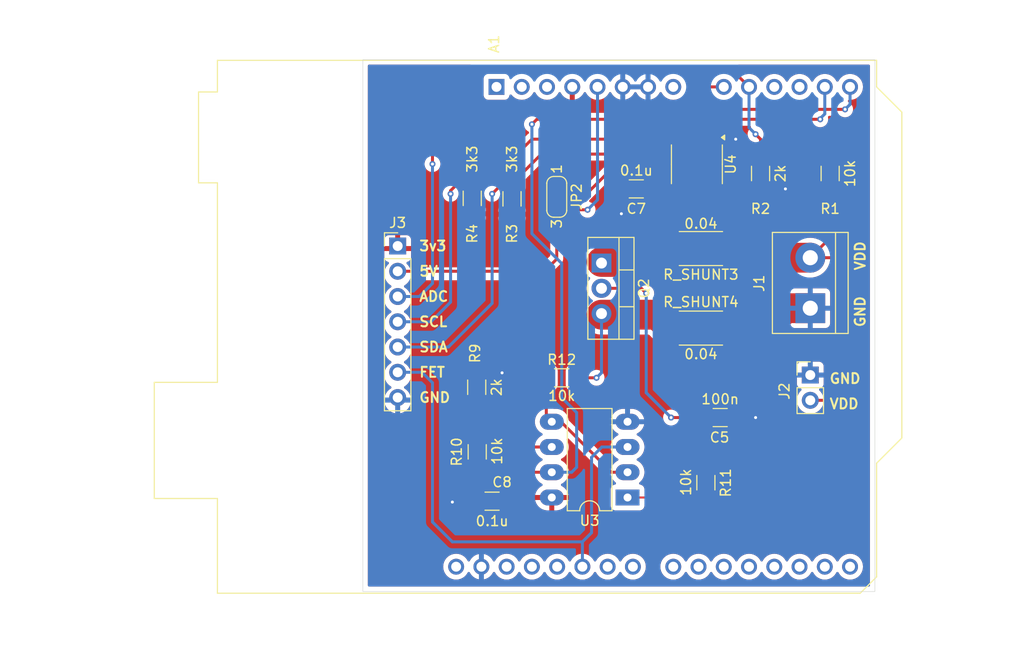
<source format=kicad_pcb>
(kicad_pcb (version 20240108) (generator "pcbnew") (generator_version "8.0")
  (layers (0 "F.Cu" signal) (31 "B.Cu" signal) (34 "B.Paste" user) (35 "F.Paste" user) (36 "B.SilkS" user "B.Silkscreen") (37 "F.SilkS" user "F.Silkscreen") (38 "B.Mask" user) (39 "F.Mask" user) (44 "Edge.Cuts" user))
  (net 0 "")
  (net 1 "GND")
  (net 2 "MCU_I2C_SCL")
  (net 9 "MCU_I2C_SDA")
  (net 10 "MCU_MOSFET_CTRL")
  (net 15 "+5V")
  (net 19 "MCU_ADC_SENSE")
  (net 22 "MCU_ALT_CURRENT_SENSE")
  (net 27 "+3V3")
  (net 29 "Net-(Q2-G)")
  (net 30 "Net-(JP2-C)")
  (net 31 "V_SOLAR_INPUT_POS")
  (net 32 "Net-(Q2-S)")
  (net 33 "Net-(Q2-D)")
  (net 34 "Net-(U3B--)")
  (net 35 "Net-(R11-Pad1)")
  (net 36 "Net-(U3A--)")
  (footprint "Resistor_SMD:R_1206_3216Metric_Pad1.30x1.75mm_HandSolder" (layer "F.Cu") (at 130 68.5)
    (property "Reference" "R12" (at 0 -1.82 0) (layer "F.SilkS"))
    (property "Value" "10k" (at 0 1.82 0) (layer "F.SilkS"))
    (fp_line (start -0.727064 -0.91) (end 0.727064 -0.91) (stroke (width 0.12)) (layer "F.SilkS"))
    (fp_line (start -0.727064 0.91) (end 0.727064 0.91) (stroke (width 0.12)) (layer "F.SilkS"))
    (pad "1" smd roundrect (at -1.55 0) (size 1.3 1.75) (layers "F.Cu" "F.Paste" "F.Mask") (roundrect_rratio 0.192308) (net 36 "Net-(U3A--)"))
    (pad "2" smd roundrect (at 1.55 0) (size 1.3 1.75) (layers "F.Cu" "F.Paste" "F.Mask") (roundrect_rratio 0.192308) (net 32 "Net-(Q2-S)"))
  )
  (footprint "Resistor_SMD:R_1206_3216Metric_Pad1.30x1.75mm_HandSolder" (layer "F.Cu") (at 157 47.95 90)
    (property "Reference" "R1" (at -3.55 0 0) (layer "F.SilkS"))
    (property "Value" "10k" (at 0 2 270) (layer "F.SilkS"))
    (fp_line (start -0.727064 -0.91) (end 0.727064 -0.91) (stroke (width 0.12)) (layer "F.SilkS"))
    (fp_line (start -0.727064 0.91) (end 0.727064 0.91) (stroke (width 0.12)) (layer "F.SilkS"))
    (pad "1" smd roundrect (at -1.55 0 90) (size 1.3 1.75) (layers "F.Cu" "F.Paste" "F.Mask") (roundrect_rratio 0.192308) (net 31 "V_SOLAR_INPUT_POS"))
    (pad "2" smd roundrect (at 1.55 0 90) (size 1.3 1.75) (layers "F.Cu" "F.Paste" "F.Mask") (roundrect_rratio 0.192308) (net 19 "MCU_ADC_SENSE"))
  )
  (footprint "Resistor_SMD:R_2512_6332Metric_Pad1.40x3.35mm_HandSolder" (layer "F.Cu") (at 144 55.5 180)
    (property "Reference" "R_SHUNT3" (at 0 -2.62 180) (layer "F.SilkS"))
    (property "Value" "0.04" (at 0 2.5 180) (layer "F.SilkS"))
    (fp_line (start -2.177064 1.71) (end 2.177064 1.71) (stroke (width 0.12)) (layer "F.SilkS"))
    (fp_line (start -2.177064 -1.71) (end 2.177064 -1.71) (stroke (width 0.12)) (layer "F.SilkS"))
    (pad "1" smd roundrect (at -3.05 0 180) (size 1.4 3.35) (layers "F.Cu" "F.Paste" "F.Mask") (roundrect_rratio 0.178571) (net 31 "V_SOLAR_INPUT_POS"))
    (pad "2" smd roundrect (at 3.05 0 180) (size 1.4 3.35) (layers "F.Cu" "F.Paste" "F.Mask") (roundrect_rratio 0.178571) (net 33 "Net-(Q2-D)"))
  )
  (footprint "Connector_PinHeader_2.54mm:PinHeader_1x02_P2.54mm_Vertical" (layer "F.Cu") (at 155 68.225)
    (property "Reference" "J2" (at -2.6 1.625 90) (layer "F.SilkS"))
    (property "Value" "Conn_01x02")
    (fp_line (start -1.33 -1.33) (end 0 -1.33) (stroke (width 0.12)) (layer "F.SilkS"))
    (fp_line (start -1.33 0) (end -1.33 -1.33) (stroke (width 0.12)) (layer "F.SilkS"))
    (fp_line (start -1.33 1.27) (end -1.33 3.87) (stroke (width 0.12)) (layer "F.SilkS"))
    (fp_line (start -1.33 1.27) (end 1.33 1.27) (stroke (width 0.12)) (layer "F.SilkS"))
    (fp_line (start -1.33 3.87) (end 1.33 3.87) (stroke (width 0.12)) (layer "F.SilkS"))
    (fp_line (start 1.33 1.27) (end 1.33 3.87) (stroke (width 0.12)) (layer "F.SilkS"))
    (pad "1" thru_hole rect (at 0 0) (size 1.7 1.7) (drill 1) (layers "*.Cu" "*.Mask") (net 1 "GND"))
    (pad "2" thru_hole oval (at 0 2.54) (size 1.7 1.7) (drill 1) (layers "*.Cu" "*.Mask") (net 31 "V_SOLAR_INPUT_POS"))
  )
  (footprint "Jumper:SolderJumper-3_P1.3mm_Open_RoundedPad1.0x1.5mm_NumberLabels" (layer "F.Cu") (at 129.5 50.3 -90)
    (property "Reference" "JP2" (at 0 -2 90) (layer "F.SilkS"))
    (property "Value" "Jumper_3_Bridged12")
    (fp_line (start 1.4 1) (end -1.4 1) (stroke (width 0.12)) (layer "F.SilkS"))
    (fp_line (start -2.05 0.3) (end -2.05 -0.3) (stroke (width 0.12)) (layer "F.SilkS"))
    (fp_line (start 2.05 -0.3) (end 2.05 0.3) (stroke (width 0.12)) (layer "F.SilkS"))
    (fp_line (start -1.4 -1) (end 1.4 -1) (stroke (width 0.12)) (layer "F.SilkS"))
    (fp_arc (start -1.35 1) (mid -1.844975 0.794975) (end -2.05 0.3) (stroke (width 0.12)) (layer "F.SilkS"))
    (fp_arc (start 2.05 0.3) (mid 1.844975 0.794975) (end 1.35 1) (stroke (width 0.12)) (layer "F.SilkS"))
    (fp_arc (start -2.05 -0.3) (mid -1.844975 -0.794975) (end -1.35 -1) (stroke (width 0.12)) (layer "F.SilkS"))
    (fp_arc (start 1.35 -1) (mid 1.844975 -0.794975) (end 2.05 -0.3) (stroke (width 0.12)) (layer "F.SilkS"))
    (fp_text user "3" (at 2.7 0 90) (layer "F.SilkS"))
    (fp_text user "1" (at -2.8 0 90) (layer "F.SilkS"))
    (pad "1" smd custom (at -1.3 0 270) (size 1 0.5) (layers "F.Cu" "F.Mask") (net 27 "+3V3") (options (clearance outline) (anchor rect)) (primitives (gr_circle (center 0 0.25) (end 0.5 0.25) (width 0) (fill yes)) (gr_circle (center 0 -0.25) (end 0.5 -0.25) (width 0) (fill yes)) (gr_poly (pts (xy 0.55 0.75) (xy 0 0.75) (xy 0 -0.75) (xy 0.55 -0.75)) (width 0) (fill yes))))
    (pad "2" smd rect (at 0 0 270) (size 1 1.5) (layers "F.Cu" "F.Mask") (net 30 "Net-(JP2-C)"))
    (pad "3" smd custom (at 1.3 0 270) (size 1 0.5) (layers "F.Cu" "F.Mask") (net 15 "+5V") (options (clearance outline) (anchor rect)) (primitives (gr_circle (center 0 0.25) (end 0.5 0.25) (width 0) (fill yes)) (gr_circle (center 0 -0.25) (end 0.5 -0.25) (width 0) (fill yes)) (gr_poly (pts (xy 0 0.75) (xy -0.55 0.75) (xy -0.55 -0.75) (xy 0 -0.75)) (width 0) (fill yes))))
  )
  (footprint "Resistor_SMD:R_2512_6332Metric_Pad1.40x3.35mm_HandSolder" (layer "F.Cu") (at 144 63.5)
    (property "Reference" "R_SHUNT4" (at 0 -2.62 0) (layer "F.SilkS"))
    (property "Value" "0.04" (at 0 2.62 0) (layer "F.SilkS"))
    (fp_line (start -2.177064 -1.71) (end 2.177064 -1.71) (stroke (width 0.12)) (layer "F.SilkS"))
    (fp_line (start -2.177064 1.71) (end 2.177064 1.71) (stroke (width 0.12)) (layer "F.SilkS"))
    (pad "1" smd roundrect (at -3.05 0) (size 1.4 3.35) (layers "F.Cu" "F.Paste" "F.Mask") (roundrect_rratio 0.178571) (net 32 "Net-(Q2-S)"))
    (pad "2" smd roundrect (at 3.05 0) (size 1.4 3.35) (layers "F.Cu" "F.Paste" "F.Mask") (roundrect_rratio 0.178571) (net 1 "GND"))
  )
  (footprint "Capacitor_SMD:C_1206_3216Metric_Pad1.33x1.80mm_HandSolder" (layer "F.Cu") (at 122.995 80.91 180)
    (property "Reference" "C8" (at -1.005 1.91 180) (layer "F.SilkS"))
    (property "Value" "0.1u" (at 0 -2 180) (layer "F.SilkS"))
    (fp_line (start -0.711252 0.91) (end 0.711252 0.91) (stroke (width 0.12)) (layer "F.SilkS"))
    (fp_line (start -0.711252 -0.91) (end 0.711252 -0.91) (stroke (width 0.12)) (layer "F.SilkS"))
    (pad "1" smd roundrect (at -1.5625 0 180) (size 1.325 1.8) (layers "F.Cu" "F.Paste" "F.Mask") (roundrect_rratio 0.188679) (net 27 "+3V3"))
    (pad "2" smd roundrect (at 1.5625 0 180) (size 1.325 1.8) (layers "F.Cu" "F.Paste" "F.Mask") (roundrect_rratio 0.188679) (net 1 "GND"))
  )
  (footprint "Resistor_SMD:R_1206_3216Metric_Pad1.30x1.75mm_HandSolder" (layer "F.Cu") (at 144.5 79.05 90)
    (property "Reference" "R11" (at -0.0125 2 -90) (layer "F.SilkS"))
    (property "Value" "10k" (at 0.05 -2 270) (layer "F.SilkS"))
    (fp_line (start -0.727064 -0.91) (end 0.727064 -0.91) (stroke (width 0.12)) (layer "F.SilkS"))
    (fp_line (start -0.727064 0.91) (end 0.727064 0.91) (stroke (width 0.12)) (layer "F.SilkS"))
    (pad "1" smd roundrect (at -1.55 0 90) (size 1.3 1.75) (layers "F.Cu" "F.Paste" "F.Mask") (roundrect_rratio 0.192308) (net 35 "Net-(R11-Pad1)"))
    (pad "2" smd roundrect (at 1.55 0 90) (size 1.3 1.75) (layers "F.Cu" "F.Paste" "F.Mask") (roundrect_rratio 0.192308) (net 29 "Net-(Q2-G)"))
  )
  (footprint "Module:Arduino_UNO_R2" (layer "F.Cu") (at 123.44 39.24)
    (property "Reference" "A1" (at -0.25 -4.315 -90) (layer "F.SilkS"))
    (property "Value" "Arduino_UNO_R2")
    (fp_line (start -34.42 29.72) (end -34.42 41.4) (stroke (width 0.12)) (layer "F.SilkS"))
    (fp_line (start -34.42 41.4) (end -28.07 41.4) (stroke (width 0.12)) (layer "F.SilkS"))
    (fp_line (start -29.97 0.51) (end -29.97 9.65) (stroke (width 0.12)) (layer "F.SilkS"))
    (fp_line (start -29.97 9.65) (end -28.07 9.65) (stroke (width 0.12)) (layer "F.SilkS"))
    (fp_line (start -28.07 -2.67) (end -28.07 0.51) (stroke (width 0.12)) (layer "F.SilkS"))
    (fp_line (start -28.07 0.51) (end -29.97 0.51) (stroke (width 0.12)) (layer "F.SilkS"))
    (fp_line (start -28.07 9.65) (end -28.07 29.72) (stroke (width 0.12)) (layer "F.SilkS"))
    (fp_line (start -28.07 29.72) (end -34.42 29.72) (stroke (width 0.12)) (layer "F.SilkS"))
    (fp_line (start -28.07 41.4) (end -28.07 50.93) (stroke (width 0.12)) (layer "F.SilkS"))
    (fp_line (start -28.07 50.93) (end 36.58 50.93) (stroke (width 0.12)) (layer "F.SilkS"))
    (fp_line (start 36.58 50.93) (end 38.23 49.28) (stroke (width 0.12)) (layer "F.SilkS"))
    (fp_line (start 38.23 -2.67) (end -28.07 -2.67) (stroke (width 0.12)) (layer "F.SilkS"))
    (fp_line (start 38.23 0) (end 38.23 -2.67) (stroke (width 0.12)) (layer "F.SilkS"))
    (fp_line (start 38.23 37.85) (end 40.77 35.31) (stroke (width 0.12)) (layer "F.SilkS"))
    (fp_line (start 38.23 49.28) (end 38.23 37.85) (stroke (width 0.12)) (layer "F.SilkS"))
    (fp_line (start 40.77 2.54) (end 38.23 0) (stroke (width 0.12)) (layer "F.SilkS"))
    (fp_line (start 40.77 35.31) (end 40.77 2.54) (stroke (width 0.12)) (layer "F.SilkS"))
    (pad "1" thru_hole rect (at 0 0 90) (size 1.6 1.6) (drill 1) (layers "*.Cu" "*.Mask"))
    (pad "2" thru_hole oval (at 2.54 0 90) (size 1.6 1.6) (drill 1) (layers "*.Cu" "*.Mask"))
    (pad "3" thru_hole oval (at 5.08 0 90) (size 1.6 1.6) (drill 1) (layers "*.Cu" "*.Mask"))
    (pad "4" thru_hole oval (at 7.62 0 90) (size 1.6 1.6) (drill 1) (layers "*.Cu" "*.Mask") (net 27 "+3V3"))
    (pad "5" thru_hole oval (at 10.16 0 90) (size 1.6 1.6) (drill 1) (layers "*.Cu" "*.Mask") (net 15 "+5V"))
    (pad "6" thru_hole oval (at 12.7 0 90) (size 1.6 1.6) (drill 1) (layers "*.Cu" "*.Mask") (net 1 "GND"))
    (pad "7" thru_hole oval (at 15.24 0 90) (size 1.6 1.6) (drill 1) (layers "*.Cu" "*.Mask") (net 1 "GND"))
    (pad "8" thru_hole oval (at 17.78 0 90) (size 1.6 1.6) (drill 1) (layers "*.Cu" "*.Mask"))
    (pad "9" thru_hole oval (at 22.86 0 90) (size 1.6 1.6) (drill 1) (layers "*.Cu" "*.Mask") (net 22 "MCU_ALT_CURRENT_SENSE"))
    (pad "10" thru_hole oval (at 25.4 0 90) (size 1.6 1.6) (drill 1) (layers "*.Cu" "*.Mask") (net 19 "MCU_ADC_SENSE"))
    (pad "11" thru_hole oval (at 27.94 0 90) (size 1.6 1.6) (drill 1) (layers "*.Cu" "*.Mask"))
    (pad "12" thru_hole oval (at 30.48 0 90) (size 1.6 1.6) (drill 1) (layers "*.Cu" "*.Mask"))
    (pad "13" thru_hole oval (at 33.02 0 90) (size 1.6 1.6) (drill 1) (layers "*.Cu" "*.Mask") (net 9 "MCU_I2C_SDA"))
    (pad "14" thru_hole oval (at 35.56 0 90) (size 1.6 1.6) (drill 1) (layers "*.Cu" "*.Mask") (net 2 "MCU_I2C_SCL"))
    (pad "15" thru_hole oval (at 35.56 48.26 90) (size 1.6 1.6) (drill 1) (layers "*.Cu" "*.Mask"))
    (pad "16" thru_hole oval (at 33.02 48.26 90) (size 1.6 1.6) (drill 1) (layers "*.Cu" "*.Mask"))
    (pad "17" thru_hole oval (at 30.48 48.26 90) (size 1.6 1.6) (drill 1) (layers "*.Cu" "*.Mask"))
    (pad "18" thru_hole oval (at 27.94 48.26 90) (size 1.6 1.6) (drill 1) (layers "*.Cu" "*.Mask"))
    (pad "19" thru_hole oval (at 25.4 48.26 90) (size 1.6 1.6) (drill 1) (layers "*.Cu" "*.Mask"))
    (pad "20" thru_hole oval (at 22.86 48.26 90) (size 1.6 1.6) (drill 1) (layers "*.Cu" "*.Mask"))
    (pad "21" thru_hole oval (at 20.32 48.26 90) (size 1.6 1.6) (drill 1) (layers "*.Cu" "*.Mask"))
    (pad "22" thru_hole oval (at 17.78 48.26 90) (size 1.6 1.6) (drill 1) (layers "*.Cu" "*.Mask"))
    (pad "23" thru_hole oval (at 13.72 48.26 90) (size 1.6 1.6) (drill 1) (layers "*.Cu" "*.Mask"))
    (pad "24" thru_hole oval (at 11.18 48.26 90) (size 1.6 1.6) (drill 1) (layers "*.Cu" "*.Mask"))
    (pad "25" thru_hole oval (at 8.64 48.26 90) (size 1.6 1.6) (drill 1) (layers "*.Cu" "*.Mask") (net 10 "MCU_MOSFET_CTRL"))
    (pad "26" thru_hole oval (at 6.1 48.26 90) (size 1.6 1.6) (drill 1) (layers "*.Cu" "*.Mask"))
    (pad "27" thru_hole oval (at 3.56 48.26 90) (size 1.6 1.6) (drill 1) (layers "*.Cu" "*.Mask"))
    (pad "28" thru_hole oval (at 1.02 48.26 90) (size 1.6 1.6) (drill 1) (layers "*.Cu" "*.Mask"))
    (pad "29" thru_hole oval (at -1.52 48.26 90) (size 1.6 1.6) (drill 1) (layers "*.Cu" "*.Mask") (net 1 "GND"))
    (pad "30" thru_hole oval (at -4.06 48.26 90) (size 1.6 1.6) (drill 1) (layers "*.Cu" "*.Mask"))
  )
  (footprint "Resistor_SMD:R_1206_3216Metric_Pad1.30x1.75mm_HandSolder" (layer "F.Cu") (at 121.5 75.95 -90)
    (property "Reference" "R10" (at 0 2.0625 90) (layer "F.SilkS"))
    (property "Value" "10k" (at -0.075 -2 90) (layer "F.SilkS"))
    (fp_line (start -0.727064 0.91) (end 0.727064 0.91) (stroke (width 0.12)) (layer "F.SilkS"))
    (fp_line (start -0.727064 -0.91) (end 0.727064 -0.91) (stroke (width 0.12)) (layer "F.SilkS"))
    (pad "1" smd roundrect (at -1.55 0 270) (size 1.3 1.75) (layers "F.Cu" "F.Paste" "F.Mask") (roundrect_rratio 0.192308) (net 34 "Net-(U3B--)"))
    (pad "2" smd roundrect (at 1.55 0 270) (size 1.3 1.75) (layers "F.Cu" "F.Paste" "F.Mask") (roundrect_rratio 0.192308) (net 22 "MCU_ALT_CURRENT_SENSE"))
  )
  (footprint "Capacitor_SMD:C_1206_3216Metric_Pad1.33x1.80mm_HandSolder" (layer "F.Cu") (at 145.9375 72.5 180)
    (property "Reference" "C5" (at 0.0625 -2 180) (layer "F.SilkS"))
    (property "Value" "100n" (at 0 1.85 180) (layer "F.SilkS"))
    (fp_line (start -0.711252 0.91) (end 0.711252 0.91) (stroke (width 0.12)) (layer "F.SilkS"))
    (fp_line (start -0.711252 -0.91) (end 0.711252 -0.91) (stroke (width 0.12)) (layer "F.SilkS"))
    (pad "1" smd roundrect (at -1.5625 0 180) (size 1.325 1.8) (layers "F.Cu" "F.Paste" "F.Mask") (roundrect_rratio 0.188679) (net 1 "GND"))
    (pad "2" smd roundrect (at 1.5625 0 180) (size 1.325 1.8) (layers "F.Cu" "F.Paste" "F.Mask") (roundrect_rratio 0.188679) (net 29 "Net-(Q2-G)"))
  )
  (footprint "Capacitor_SMD:C_1206_3216Metric_Pad1.33x1.80mm_HandSolder" (layer "F.Cu") (at 137.5 49.5 180)
    (property "Reference" "C7" (at 0 -2 180) (layer "F.SilkS"))
    (property "Value" "0.1u" (at 0 1.85 180) (layer "F.SilkS"))
    (fp_line (start -0.711252 0.91) (end 0.711252 0.91) (stroke (width 0.12)) (layer "F.SilkS"))
    (fp_line (start -0.711252 -0.91) (end 0.711252 -0.91) (stroke (width 0.12)) (layer "F.SilkS"))
    (pad "1" smd roundrect (at -1.5625 0 180) (size 1.325 1.8) (layers "F.Cu" "F.Paste" "F.Mask") (roundrect_rratio 0.188679) (net 30 "Net-(JP2-C)"))
    (pad "2" smd roundrect (at 1.5625 0 180) (size 1.325 1.8) (layers "F.Cu" "F.Paste" "F.Mask") (roundrect_rratio 0.188679) (net 1 "GND"))
  )
  (footprint "Package_SO:SOIC-8_3.9x4.9mm_P1.27mm" (layer "F.Cu") (at 143.595 47.025 -90)
    (property "Reference" "U4" (at 0 -3.4 90) (layer "F.SilkS"))
    (property "Value" "INA219AxD")
    (fp_line (start 0 2.56) (end -1.95 2.56) (stroke (width 0.12)) (layer "F.SilkS"))
    (fp_line (start 0 2.56) (end 1.95 2.56) (stroke (width 0.12)) (layer "F.SilkS"))
    (fp_line (start 0 -2.56) (end -1.95 -2.56) (stroke (width 0.12)) (layer "F.SilkS"))
    (fp_line (start 0 -2.56) (end 1.95 -2.56) (stroke (width 0.12)) (layer "F.SilkS"))
    (fp_poly (pts (xy -2.7 -2.465) (xy -2.94 -2.795) (xy -2.46 -2.795) (xy -2.7 -2.465)) (stroke (width 0.12)) (fill solid) (layer "F.SilkS"))
    (pad "1" smd roundrect (at -2.475 -1.905 270) (size 1.95 0.6) (layers "F.Cu" "F.Paste" "F.Mask") (net 1 "GND"))
    (pad "2" smd roundrect (at -2.475 -0.635 270) (size 1.95 0.6) (layers "F.Cu" "F.Paste" "F.Mask") (net 1 "GND"))
    (pad "3" smd roundrect (at -2.475 0.635 270) (size 1.95 0.6) (layers "F.Cu" "F.Paste" "F.Mask") (net 9 "MCU_I2C_SDA"))
    (pad "4" smd roundrect (at -2.475 1.905 270) (size 1.95 0.6) (layers "F.Cu" "F.Paste" "F.Mask") (net 2 "MCU_I2C_SCL"))
    (pad "5" smd roundrect (at 2.475 1.905 270) (size 1.95 0.6) (layers "F.Cu" "F.Paste" "F.Mask") (net 30 "Net-(JP2-C)"))
    (pad "6" smd roundrect (at 2.475 0.635 270) (size 1.95 0.6) (layers "F.Cu" "F.Paste" "F.Mask") (net 1 "GND"))
    (pad "7" smd roundrect (at 2.475 -0.635 270) (size 1.95 0.6) (layers "F.Cu" "F.Paste" "F.Mask") (net 33 "Net-(Q2-D)"))
    (pad "8" smd roundrect (at 2.475 -1.905 270) (size 1.95 0.6) (layers "F.Cu" "F.Paste" "F.Mask") (net 31 "V_SOLAR_INPUT_POS"))
  )
  (footprint "Resistor_SMD:R_1206_3216Metric_Pad1.30x1.75mm_HandSolder" (layer "F.Cu") (at 121 50.45 90)
    (property "Reference" "R4" (at -3.55 0 270) (layer "F.SilkS"))
    (property "Value" "3k3" (at 3.95 0 270) (layer "F.SilkS"))
    (fp_line (start -0.727064 -0.91) (end 0.727064 -0.91) (stroke (width 0.12)) (layer "F.SilkS"))
    (fp_line (start -0.727064 0.91) (end 0.727064 0.91) (stroke (width 0.12)) (layer "F.SilkS"))
    (pad "1" smd roundrect (at -1.55 0 90) (size 1.3 1.75) (layers "F.Cu" "F.Paste" "F.Mask") (roundrect_rratio 0.192308) (net 27 "+3V3"))
    (pad "2" smd roundrect (at 1.55 0 90) (size 1.3 1.75) (layers "F.Cu" "F.Paste" "F.Mask") (roundrect_rratio 0.192308) (net 2 "MCU_I2C_SCL"))
  )
  (footprint "Package_TO_SOT_THT:TO-220-3_Vertical" (layer "F.Cu") (at 134 56.96 -90)
    (property "Reference" "Q2" (at 2.54 -4.27 -90) (layer "F.SilkS"))
    (property "Value" "BS170")
    (fp_line (start -2.58 1.371) (end 7.66 1.371) (stroke (width 0.12)) (layer "F.SilkS"))
    (fp_line (start -2.58 -1.76) (end 7.66 -1.76) (stroke (width 0.12)) (layer "F.SilkS"))
    (fp_line (start -2.58 -3.27) (end -2.58 1.371) (stroke (width 0.12)) (layer "F.SilkS"))
    (fp_line (start -2.58 -3.27) (end 7.66 -3.27) (stroke (width 0.12)) (layer "F.SilkS"))
    (fp_line (start 0.69 -3.27) (end 0.69 -1.76) (stroke (width 0.12)) (layer "F.SilkS"))
    (fp_line (start 4.391 -3.27) (end 4.391 -1.76) (stroke (width 0.12)) (layer "F.SilkS"))
    (fp_line (start 7.66 -3.27) (end 7.66 1.371) (stroke (width 0.12)) (layer "F.SilkS"))
    (pad "1" thru_hole rect (at 0 0 270) (size 1.905 2) (drill 1.1) (layers "*.Cu" "*.Mask") (net 33 "Net-(Q2-D)"))
    (pad "2" thru_hole oval (at 2.54 0 270) (size 1.905 2) (drill 1.1) (layers "*.Cu" "*.Mask") (net 29 "Net-(Q2-G)"))
    (pad "3" thru_hole oval (at 5.08 0 270) (size 1.905 2) (drill 1.1) (layers "*.Cu" "*.Mask") (net 32 "Net-(Q2-S)"))
  )
  (footprint "Connector_PinHeader_2.54mm:PinHeader_1x07_P2.54mm_Vertical" (layer "F.Cu") (at 113.5 55.245)
    (property "Reference" "J3" (at 0 -2.33 0) (layer "F.SilkS"))
    (property "Value" "Conn_01x07")
    (fp_line (start -1.33 -1.33) (end 0 -1.33) (stroke (width 0.12)) (layer "F.SilkS"))
    (fp_line (start -1.33 0) (end -1.33 -1.33) (stroke (width 0.12)) (layer "F.SilkS"))
    (fp_line (start -1.33 1.27) (end -1.33 16.57) (stroke (width 0.12)) (layer "F.SilkS"))
    (fp_line (start -1.33 1.27) (end 1.33 1.27) (stroke (width 0.12)) (layer "F.SilkS"))
    (fp_line (start -1.33 16.57) (end 1.33 16.57) (stroke (width 0.12)) (layer "F.SilkS"))
    (fp_line (start 1.33 1.27) (end 1.33 16.57) (stroke (width 0.12)) (layer "F.SilkS"))
    (pad "1" thru_hole rect (at 0 0) (size 1.7 1.7) (drill 1) (layers "*.Cu" "*.Mask") (net 27 "+3V3"))
    (pad "2" thru_hole oval (at 0 2.54) (size 1.7 1.7) (drill 1) (layers "*.Cu" "*.Mask") (net 15 "+5V"))
    (pad "3" thru_hole oval (at 0 5.08) (size 1.7 1.7) (drill 1) (layers "*.Cu" "*.Mask") (net 19 "MCU_ADC_SENSE"))
    (pad "4" thru_hole oval (at 0 7.62) (size 1.7 1.7) (drill 1) (layers "*.Cu" "*.Mask") (net 2 "MCU_I2C_SCL"))
    (pad "5" thru_hole oval (at 0 10.16) (size 1.7 1.7) (drill 1) (layers "*.Cu" "*.Mask") (net 9 "MCU_I2C_SDA"))
    (pad "6" thru_hole oval (at 0 12.7) (size 1.7 1.7) (drill 1) (layers "*.Cu" "*.Mask") (net 10 "MCU_MOSFET_CTRL"))
    (pad "7" thru_hole oval (at 0 15.24) (size 1.7 1.7) (drill 1) (layers "*.Cu" "*.Mask") (net 1 "GND"))
  )
  (footprint "Resistor_SMD:R_1206_3216Metric_Pad1.30x1.75mm_HandSolder" (layer "F.Cu") (at 150 47.95 -90)
    (property "Reference" "R2" (at 3.55 0 180) (layer "F.SilkS"))
    (property "Value" "2k" (at 0 -2 90) (layer "F.SilkS"))
    (fp_line (start -0.727064 0.91) (end 0.727064 0.91) (stroke (width 0.12)) (layer "F.SilkS"))
    (fp_line (start -0.727064 -0.91) (end 0.727064 -0.91) (stroke (width 0.12)) (layer "F.SilkS"))
    (pad "1" smd roundrect (at -1.55 0 270) (size 1.3 1.75) (layers "F.Cu" "F.Paste" "F.Mask") (roundrect_rratio 0.192308) (net 19 "MCU_ADC_SENSE"))
    (pad "2" smd roundrect (at 1.55 0 270) (size 1.3 1.75) (layers "F.Cu" "F.Paste" "F.Mask") (roundrect_rratio 0.192308) (net 1 "GND"))
  )
  (footprint "Resistor_SMD:R_1206_3216Metric_Pad1.30x1.75mm_HandSolder" (layer "F.Cu") (at 125 50.5 90)
    (property "Reference" "R3" (at -3.5 0 270) (layer "F.SilkS"))
    (property "Value" "3k3" (at 4 0 270) (layer "F.SilkS"))
    (fp_line (start -0.727064 -0.91) (end 0.727064 -0.91) (stroke (width 0.12)) (layer "F.SilkS"))
    (fp_line (start -0.727064 0.91) (end 0.727064 0.91) (stroke (width 0.12)) (layer "F.SilkS"))
    (pad "1" smd roundrect (at -1.55 0 90) (size 1.3 1.75) (layers "F.Cu" "F.Paste" "F.Mask") (roundrect_rratio 0.192308) (net 27 "+3V3"))
    (pad "2" smd roundrect (at 1.55 0 90) (size 1.3 1.75) (layers "F.Cu" "F.Paste" "F.Mask") (roundrect_rratio 0.192308) (net 9 "MCU_I2C_SDA"))
  )
  (footprint "Package_DIP:DIP-8_W7.62mm_LongPads" (layer "F.Cu") (at 136.62 80.54 180)
    (property "Reference" "U3" (at 3.81 -2.33 180) (layer "F.SilkS"))
    (property "Value" "LM358")
    (fp_line (start 6.06 8.95) (end 6.06 -1.33) (stroke (width 0.12)) (layer "F.SilkS"))
    (fp_line (start 6.06 -1.33) (end 4.81 -1.33) (stroke (width 0.12)) (layer "F.SilkS"))
    (fp_line (start 2.81 -1.33) (end 1.56 -1.33) (stroke (width 0.12)) (layer "F.SilkS"))
    (fp_line (start 1.56 8.95) (end 6.06 8.95) (stroke (width 0.12)) (layer "F.SilkS"))
    (fp_line (start 1.56 -1.33) (end 1.56 8.95) (stroke (width 0.12)) (layer "F.SilkS"))
    (fp_arc (start 4.81 -1.33) (mid 3.81 -0.33) (end 2.81 -1.33) (stroke (width 0.12)) (layer "F.SilkS"))
    (pad "1" thru_hole rect (at 0 0 180) (size 2.4 1.6) (drill 0.8) (layers "*.Cu" "*.Mask") (net 35 "Net-(R11-Pad1)"))
    (pad "2" thru_hole oval (at 0 2.54 180) (size 2.4 1.6) (drill 0.8) (layers "*.Cu" "*.Mask") (net 36 "Net-(U3A--)"))
    (pad "3" thru_hole oval (at 0 5.08 180) (size 2.4 1.6) (drill 0.8) (layers "*.Cu" "*.Mask") (net 10 "MCU_MOSFET_CTRL"))
    (pad "4" thru_hole oval (at 0 7.62 180) (size 2.4 1.6) (drill 0.8) (layers "*.Cu" "*.Mask") (net 1 "GND"))
    (pad "5" thru_hole oval (at 7.62 7.62 180) (size 2.4 1.6) (drill 0.8) (layers "*.Cu" "*.Mask") (net 36 "Net-(U3A--)"))
    (pad "6" thru_hole oval (at 7.62 5.08 180) (size 2.4 1.6) (drill 0.8) (layers "*.Cu" "*.Mask") (net 34 "Net-(U3B--)"))
    (pad "7" thru_hole oval (at 7.62 2.54 180) (size 2.4 1.6) (drill 0.8) (layers "*.Cu" "*.Mask") (net 22 "MCU_ALT_CURRENT_SENSE"))
    (pad "8" thru_hole oval (at 7.62 0 180) (size 2.4 1.6) (drill 0.8) (layers "*.Cu" "*.Mask") (net 27 "+3V3"))
  )
  (footprint "Resistor_SMD:R_1206_3216Metric_Pad1.30x1.75mm_HandSolder" (layer "F.Cu") (at 121.45 69.45 -90)
    (property "Reference" "R9" (at -3.41 0.165 90) (layer "F.SilkS"))
    (property "Value" "2k" (at 0 -2 90) (layer "F.SilkS"))
    (fp_line (start -0.727064 0.91) (end 0.727064 0.91) (stroke (width 0.12)) (layer "F.SilkS"))
    (fp_line (start -0.727064 -0.91) (end 0.727064 -0.91) (stroke (width 0.12)) (layer "F.SilkS"))
    (pad "1" smd roundrect (at -1.55 0 270) (size 1.3 1.75) (layers "F.Cu" "F.Paste" "F.Mask") (roundrect_rratio 0.192308) (net 1 "GND"))
    (pad "2" smd roundrect (at 1.55 0 270) (size 1.3 1.75) (layers "F.Cu" "F.Paste" "F.Mask") (roundrect_rratio 0.192308) (net 34 "Net-(U3B--)"))
  )
  (footprint "TerminalBlock:TerminalBlock_bornier-2_P5.08mm" (layer "F.Cu") (at 155 61.5 90)
    (property "Reference" "J1" (at 2.5 -5.14 -90) (layer "F.SilkS"))
    (property "Value" "Screw_Terminal_01x02")
    (fp_line (start 7.62 -3.81) (end -2.54 -3.81) (stroke (width 0.12)) (layer "F.SilkS"))
    (fp_line (start -2.54 -3.81) (end -2.54 3.81) (stroke (width 0.12)) (layer "F.SilkS"))
    (fp_line (start 7.62 2.54) (end -2.54 2.54) (stroke (width 0.12)) (layer "F.SilkS"))
    (fp_line (start 7.62 3.81) (end 7.62 -3.81) (stroke (width 0.12)) (layer "F.SilkS"))
    (fp_line (start -2.54 3.81) (end 7.62 3.81) (stroke (width 0.12)) (layer "F.SilkS"))
    (pad "1" thru_hole rect (at 0 0 90) (size 3 3) (drill 1.52) (layers "*.Cu" "*.Mask") (net 1 "GND"))
    (pad "2" thru_hole circle (at 5.08 0 90) (size 3 3) (drill 1.52) (layers "*.Cu" "*.Mask") (net 31 "V_SOLAR_INPUT_POS"))
  )
  (gr_rect (start 110 36.5) (end 161.5 90) (stroke (width 0.05)) (fill none) (layer "Edge.Cuts"))
  (gr_text "SCL\n" (at 115.57 62.865 0) (layer "F.SilkS") (effects (font (size 1 1) (thickness 0.2) (bold yes)) (justify left)))
  (gr_text "FET\n" (at 115.57 67.945 0) (layer "F.SilkS") (effects (font (size 1 1) (thickness 0.2) (bold yes)) (justify left)))
  (gr_text "3v3" (at 115.57 55.245 0) (layer "F.SilkS") (effects (font (size 1 1) (thickness 0.2) (bold yes)) (justify left)))
  (gr_text "5V\n" (at 115.57 57.785 0) (layer "F.SilkS") (effects (font (size 1 1) (thickness 0.2) (bold yes)) (justify left)))
  (gr_text "ADC\n" (at 115.57 60.325 0) (layer "F.SilkS") (effects (font (size 1 1) (thickness 0.2) (bold yes)) (justify left)))
  (gr_text "VDD\n" (at 160.02 57.785 90) (layer "F.SilkS") (effects (font (size 1 1) (thickness 0.2) (bold yes)) (justify left)))
  (gr_text "SDA\n" (at 115.57 65.405 0) (layer "F.SilkS") (effects (font (size 1 1) (thickness 0.2) (bold yes)) (justify left)))
  (gr_text "VDD\n" (at 156.845 71.12 0) (layer "F.SilkS") (effects (font (size 1 1) (thickness 0.2) (bold yes)) (justify left)))
  (gr_text "GND" (at 115.57 70.485 0) (layer "F.SilkS") (effects (font (size 1 1) (thickness 0.2) (bold yes)) (justify left)))
  (gr_text "GND\n" (at 156.845 68.58 0) (layer "F.SilkS") (effects (font (size 1 1) (thickness 0.2) (bold yes)) (justify left)))
  (gr_text "GND" (at 160.02 63.5 90) (layer "F.SilkS") (effects (font (size 1 1) (thickness 0.2) (bold yes)) (justify left)))
  (segment (start 147.45 44.55) (end 147.5 44.5) (width 0.3) (layer "F.Cu") (net 1))
  (segment (start 147.5 72.5) (end 149.5 72.5) (width 0.3) (layer "F.Cu") (net 1))
  (segment (start 119.09 80.91) (end 119 81) (width 0.3) (layer "F.Cu") (net 1))
  (segment (start 150 49.5) (end 152.5 49.5) (width 0.3) (layer "F.Cu") (net 1))
  (segment (start 142.96 49.5) (end 142.96 47.54) (width 0.3) (layer "F.Cu") (net 1))
  (segment (start 135.9375 49.5) (end 135.9375 51.9375) (width 0.3) (layer "F.Cu") (net 1))
  (segment (start 152.5 61.5) (end 150.5 63.5) (width 3) (layer "F.Cu") (net 1))
  (segment (start 155 61.5) (end 152.5 61.5) (width 3) (layer "F.Cu") (net 1))
  (segment (start 123.9 67.9) (end 124 68) (width 0.3) (layer "F.Cu") (net 1))
  (segment (start 145.5 44.55) (end 147.45 44.55) (width 0.3) (layer "F.Cu") (net 1))
  (segment (start 145.5 44.55) (end 144.23 44.55) (width 0.3) (layer "F.Cu") (net 1))
  (segment (start 142.96 47.54) (end 144.23 46.27) (width 0.3) (layer "F.Cu") (net 1))
  (segment (start 135.9375 51.9375) (end 136 52) (width 0.3) (layer "F.Cu") (net 1))
  (segment (start 144.23 46.27) (end 144.23 44.55) (width 0.3) (layer "F.Cu") (net 1))
  (segment (start 150.5 63.5) (end 147.05 63.5) (width 3) (layer "F.Cu") (net 1))
  (segment (start 121.4325 80.91) (end 119.09 80.91) (width 0.3) (layer "F.Cu") (net 1))
  (segment (start 121.45 67.9) (end 123.9 67.9) (width 0.3) (layer "F.Cu") (net 1))
  (via (at 136 52) (size 0.6) (drill 0.3) (layers "F.Cu" "B.Cu") (net 1))
  (via (at 124 68) (size 0.6) (drill 0.3) (layers "F.Cu" "B.Cu") (net 1))
  (via (at 152.5 49.5) (size 0.6) (drill 0.3) (layers "F.Cu" "B.Cu") (net 1))
  (via (at 147.5 44.5) (size 0.6) (drill 0.3) (layers "F.Cu" "B.Cu") (net 1))
  (via (at 119 81) (size 0.6) (drill 0.3) (layers "F.Cu" "B.Cu") (net 1))
  (via (at 149.5 72.5) (size 0.6) (drill 0.3) (layers "F.Cu" "B.Cu") (net 1))
  (segment (start 119.6 48.9) (end 121 48.9) (width 0.3) (layer "F.Cu") (net 2))
  (segment (start 143.765001 41.5) (end 141.69 43.575001) (width 0.3) (layer "F.Cu") (net 2))
  (segment (start 122.6 48.9) (end 127 44.5) (width 0.3) (layer "F.Cu") (net 2))
  (segment (start 118.82 50) (end 118.82 49.68) (width 0.3) (layer "F.Cu") (net 2))
  (segment (start 158.5 41.5) (end 143.765001 41.5) (width 0.3) (layer "F.Cu") (net 2))
  (segment (start 121 48.9) (end 122.6 48.9) (width 0.3) (layer "F.Cu") (net 2))
  (segment (start 141.64 44.5) (end 141.69 44.55) (width 0.3) (layer "F.Cu") (net 2))
  (segment (start 127 44.5) (end 141.64 44.5) (width 0.3) (layer "F.Cu") (net 2))
  (segment (start 118.82 49.68) (end 119.6 48.9) (width 0.3) (layer "F.Cu") (net 2))
  (segment (start 141.69 43.575001) (end 141.69 44.55) (width 0.3) (layer "F.Cu") (net 2))
  (via (at 118.82 50) (size 0.6) (drill 0.3) (layers "F.Cu" "B.Cu") (net 2))
  (via (at 158.5 41.5) (size 0.6) (drill 0.3) (layers "F.Cu" "B.Cu") (net 2))
  (segment (start 113.5 62.865) (end 116.84 62.865) (width 0.3) (layer "B.Cu") (net 2))
  (segment (start 116.84 62.865) (end 118.82 60.885) (width 0.3) (layer "B.Cu") (net 2))
  (segment (start 118.82 60.885) (end 118.82 50) (width 0.3) (layer "B.Cu") (net 2))
  (segment (start 159 41) (end 159 39.24) (width 0.3) (layer "B.Cu") (net 2))
  (segment (start 158.5 41.5) (end 159 41) (width 0.3) (layer "B.Cu") (net 2))
  (segment (start 142.5 46) (end 127.95 46) (width 0.3) (layer "F.Cu") (net 9))
  (segment (start 142.96 45.524999) (end 142.609999 45.875) (width 0.3) (layer "F.Cu") (net 9))
  (segment (start 142.96 43.575001) (end 142.96 44.55) (width 0.3) (layer "F.Cu") (net 9))
  (segment (start 125 48.95) (end 124.05 48.95) (width 0.3) (layer "F.Cu") (net 9))
  (segment (start 142.609999 45.875) (end 142.609999 45.890001) (width 0.3) (layer "F.Cu") (net 9))
  (segment (start 156 42.5) (end 144.035001 42.5) (width 0.3) (layer "F.Cu") (net 9))
  (segment (start 127.95 46) (end 125 48.95) (width 0.3) (layer "F.Cu") (net 9))
  (segment (start 124.05 48.95) (end 123 50) (width 0.3) (layer "F.Cu") (net 9))
  (segment (start 142.609999 45.890001) (end 142.5 46) (width 0.3) (layer "F.Cu") (net 9))
  (segment (start 144.035001 42.5) (end 142.96 43.575001) (width 0.3) (layer "F.Cu") (net 9))
  (segment (start 142.96 44.55) (end 142.96 45.524999) (width 0.3) (layer "F.Cu") (net 9))
  (via (at 156 42.5) (size 0.6) (drill 0.3) (layers "F.Cu" "B.Cu") (net 9))
  (via (at 123 50) (size 0.6) (drill 0.3) (layers "F.Cu" "B.Cu") (net 9))
  (segment (start 156 42.42) (end 156.46 41.96) (width 0.3) (layer "B.Cu") (net 9))
  (segment (start 156 42.5) (end 156 42.42) (width 0.3) (layer "B.Cu") (net 9))
  (segment (start 118.595 65.405) (end 118.67 65.33) (width 0.3) (layer "B.Cu") (net 9))
  (segment (start 113.5 65.405) (end 118.595 65.405) (width 0.3) (layer "B.Cu") (net 9))
  (segment (start 123 50) (end 123 61) (width 0.3) (layer "B.Cu") (net 9))
  (segment (start 123 61) (end 118.67 65.33) (width 0.3) (layer "B.Cu") (net 9))
  (segment (start 156.46 41.96) (end 156.46 39.24) (width 0.3) (layer "B.Cu") (net 9))
  (segment (start 136.62 75.46) (end 134.04 75.46) (width 0.3) (layer "B.Cu") (net 10))
  (segment (start 113.5 67.945) (end 115.945 67.945) (width 0.3) (layer "B.Cu") (net 10))
  (segment (start 117 69) (end 117 83) (width 0.3) (layer "B.Cu") (net 10))
  (segment (start 132.08 85) (end 132.08 87.5) (width 0.3) (layer "B.Cu") (net 10))
  (segment (start 117 83) (end 119 85) (width 0.3) (layer "B.Cu") (net 10))
  (segment (start 134.04 75.46) (end 133 76.5) (width 0.3) (layer "B.Cu") (net 10))
  (segment (start 133 76.5) (end 133 84.08) (width 0.3) (layer "B.Cu") (net 10))
  (segment (start 115.945 67.945) (end 117 69) (width 0.3) (layer "B.Cu") (net 10))
  (segment (start 119 85) (end 132.08 85) (width 0.3) (layer "B.Cu") (net 10))
  (segment (start 132.08 85) (end 133 84.08) (width 0.3) (layer "B.Cu") (net 10))
  (segment (start 113.5 57.785) (end 128.27 57.785) (width 0.3) (layer "F.Cu") (net 15))
  (segment (start 129.5 56.555) (end 129.5 51.6) (width 0.3) (layer "F.Cu") (net 15))
  (segment (start 128.27 57.785) (end 129.5 56.555) (width 0.3) (layer "F.Cu") (net 15))
  (segment (start 132.6 51.6) (end 129.5 51.6) (width 0.3) (layer "F.Cu") (net 15))
  (via (at 132.6 51.6) (size 0.6) (drill 0.3) (layers "F.Cu" "B.Cu") (net 15))
  (segment (start 132.6 51.6) (end 133.6 50.6) (width 0.3) (layer "B.Cu") (net 15))
  (segment (start 133.6 50.6) (end 133.6 39.24) (width 0.3) (layer "B.Cu") (net 15))
  (segment (start 149.5 44) (end 150 44.5) (width 0.3) (layer "F.Cu") (net 19))
  (segment (start 154 46.4) (end 150 46.4) (width 0.3) (layer "F.Cu") (net 19))
  (segment (start 121.5 37.5) (end 147.1 37.5) (width 0.3) (layer "F.Cu") (net 19))
  (segment (start 117 42) (end 121.5 37.5) (width 0.3) (layer "F.Cu") (net 19))
  (segment (start 117 47) (end 117 42) (width 0.3) (layer "F.Cu") (net 19))
  (segment (start 150 44.5) (end 150 46.4) (width 0.3) (layer "F.Cu") (net 19))
  (segment (start 147.1 37.5) (end 148.84 39.24) (width 0.3) (layer "F.Cu") (net 19))
  (segment (start 157 46.4) (end 154 46.4) (width 0.3) (layer "F.Cu") (net 19))
  (via (at 149.5 44) (size 0.6) (drill 0.3) (layers "F.Cu" "B.Cu") (net 19))
  (via (at 117 47) (size 0.6) (drill 0.3) (layers "F.Cu" "B.Cu") (net 19))
  (segment (start 117 59) (end 115.675 60.325) (width 0.3) (layer "B.Cu") (net 19))
  (segment (start 148.84 43.34) (end 148.84 39.24) (width 0.3) (layer "B.Cu") (net 19))
  (segment (start 113.5 60.325) (end 115.675 60.325) (width 0.3) (layer "B.Cu") (net 19))
  (segment (start 117 47) (end 117 59) (width 0.3) (layer "B.Cu") (net 19))
  (segment (start 149.5 44) (end 148.84 43.34) (width 0.3) (layer "B.Cu") (net 19))
  (segment (start 144.26 39.24) (end 146.3 39.24) (width 0.3) (layer "F.Cu") (net 22))
  (segment (start 127 43) (end 127.5 42.5) (width 0.3) (layer "F.Cu") (net 22))
  (segment (start 127.5 42.5) (end 141 42.5) (width 0.3) (layer "F.Cu") (net 22))
  (segment (start 141 42.5) (end 144.26 39.24) (width 0.3) (layer "F.Cu") (net 22))
  (segment (start 125 78) (end 129 78) (width 0.3) (layer "F.Cu") (net 22))
  (segment (start 121.5 77.5) (end 124.5 77.5) (width 0.3) (layer "F.Cu") (net 22))
  (segment (start 124.5 77.5) (end 125 78) (width 0.3) (layer "F.Cu") (net 22))
  (via (at 127 43) (size 0.6) (drill 0.3) (layers "F.Cu" "B.Cu") (net 22))
  (segment (start 130 57) (end 130 70.5) (width 0.3) (layer "B.Cu") (net 22))
  (segment (start 131 78) (end 129 78) (width 0.3) (layer "B.Cu") (net 22))
  (segment (start 131.5 72) (end 131.5 77.5) (width 0.3) (layer "B.Cu") (net 22))
  (segment (start 131.5 77.5) (end 131 78) (width 0.3) (layer "B.Cu") (net 22))
  (segment (start 127 54) (end 130 57) (width 0.3) (layer "B.Cu") (net 22))
  (segment (start 127 43) (end 127 54) (width 0.3) (layer "B.Cu") (net 22))
  (segment (start 130 70.5) (end 131.5 72) (width 0.3) (layer "B.Cu") (net 22))
  (segment (start 121.05 52.05) (end 121 52) (width 0.3) (layer "F.Cu") (net 27))
  (segment (start 128.63 80.91) (end 129 80.54) (width 0.3) (layer "F.Cu") (net 27))
  (segment (start 131.5 39.68) (end 131.06 39.24) (width 0.3) (layer "B.Cu") (net 27))
  (segment (start 138 59.5) (end 138.5 60) (width 0.3) (layer "F.Cu") (net 29))
  (segment (start 144.5 72.625) (end 144.375 72.5) (width 0.3) (layer "F.Cu") (net 29))
  (segment (start 134 59.5) (end 138 59.5) (width 0.3) (layer "F.Cu") (net 29))
  (segment (start 144.5 77.5) (end 144.5 72.625) (width 0.3) (layer "F.Cu") (net 29))
  (segment (start 141 72.5) (end 144.375 72.5) (width 0.3) (layer "F.Cu") (net 29))
  (via (at 138.5 60) (size 0.6) (drill 0.3) (layers "F.Cu" "B.Cu") (net 29))
  (via (at 141 72.5) (size 0.6) (drill 0.3) (layers "F.Cu" "B.Cu") (net 29))
  (segment (start 138.5 70) (end 141 72.5) (width 0.3) (layer "B.Cu") (net 29))
  (segment (start 138.5 60) (end 138.5 70) (width 0.3) (layer "B.Cu") (net 29))
  (segment (start 141.6275 49.5625) (end 141.69 49.5) (width 0.3) (layer "F.Cu") (net 30))
  (segment (start 129.5 50.3) (end 132.2 50.3) (width 0.3) (layer "F.Cu") (net 30))
  (segment (start 135 47.5) (end 138 47.5) (width 0.3) (layer "F.Cu") (net 30))
  (segment (start 139.0625 49.5) (end 141.69 49.5) (width 0.3) (layer "F.Cu") (net 30))
  (segment (start 132.2 50.3) (end 135 47.5) (width 0.3) (layer "F.Cu") (net 30))
  (segment (start 138 47.5) (end 139.0625 48.5625) (width 0.3) (layer "F.Cu") (net 30))
  (segment (start 139.0625 48.5625) (end 139.0625 49.5) (width 0.3) (layer "F.Cu") (net 30))
  (segment (start 158.735 70.765) (end 160 69.5) (width 0.3) (layer "F.Cu") (net 31))
  (segment (start 160 69.5) (end 160 59) (width 0.3) (layer "F.Cu") (net 31))
  (segment (start 145.5 53.95) (end 147.05 55.5) (width 1) (layer "F.Cu") (net 31))
  (segment (start 157.42 56.42) (end 155 56.42) (width 0.3) (layer "F.Cu") (net 31))
  (segment (start 151 55.5) (end 147.05 55.5) (width 3) (layer "F.Cu") (net 31))
  (segment (start 155 56.42) (end 151.92 56.42) (width 3) (layer "F.Cu") (net 31))
  (segment (start 145.5 49.5) (end 145.5 53.95) (width 1) (layer "F.Cu") (net 31))
  (segment (start 155 70.765) (end 158.735 70.765) (width 0.3) (layer "F.Cu") (net 31))
  (segment (start 151.92 56.42) (end 151 55.5) (width 3) (layer "F.Cu") (net 31))
  (segment (start 157 49.5) (end 157 54.42) (width 0.3) (layer "F.Cu") (net 31))
  (segment (start 157 54.42) (end 155 56.42) (width 0.3) (layer "F.Cu") (net 31))
  (segment (start 160 59) (end 157.42 56.42) (width 0.3) (layer "F.Cu") (net 31))
  (segment (start 139.6025 62.1525) (end 134 62.1525) (width 3) (layer "F.Cu") (net 32))
  (segment (start 131.55 68.5) (end 133.5 68.5) (width 0.3) (layer "F.Cu") (net 32))
  (segment (start 140.95 63.5) (end 139.6025 62.1525) (width 3) (layer "F.Cu") (net 32))
  (via (at 133.5 68.5) (size 0.6) (drill 0.3) (layers "F.Cu" "B.Cu") (net 32))
  (segment (start 133.5 68.5) (end 134 68) (width 0.3) (layer "B.Cu") (net 32))
  (segment (start 134 68) (end 134 62.04) (width 0.3) (layer "B.Cu") (net 32))
  (segment (start 139.6025 56.8475) (end 134 56.8475) (width 3) (layer "F.Cu") (net 33))
  (segment (start 140.95 55.5) (end 139.6025 56.8475) (width 3) (layer "F.Cu") (net 33))
  (segment (start 144.23 49.5) (end 144.23 52.22) (width 1) (layer "F.Cu") (net 33))
  (segment (start 144.23 52.22) (end 140.95 55.5) (width 1) (layer "F.Cu") (net 33))
  (segment (start 125.54 75.46) (end 124.48 74.4) (width 0.3) (layer "F.Cu") (net 34))
  (segment (start 129 75.46) (end 125.54 75.46) (width 0.3) (layer "F.Cu") (net 34))
  (segment (start 124.48 74.4) (end 121.5 74.4) (width 0.3) (layer "F.Cu") (net 34))
  (segment (start 121.45 74.35) (end 121.5 74.4) (width 0.3) (layer "F.Cu") (net 34))
  (segment (start 121.45 71) (end 121.45 74.35) (width 0.3) (layer "F.Cu") (net 34))
  (segment (start 137.12 80.54) (end 144.44 80.54) (width 0.2) (layer "F.Cu") (net 35))
  (segment (start 144.44 80.54) (end 144.5 80.6) (width 0.2) (layer "F.Cu") (net 35))
  (segment (start 128.45 72.37) (end 129 72.92) (width 0.3) (layer "F.Cu") (net 36))
  (segment (start 128.45 68.5) (end 128.45 72.37) (width 0.3) (layer "F.Cu") (net 36))
  (segment (start 129.92 72.92) (end 129 72.92) (width 0.3) (layer "F.Cu") (net 36))
  (segment (start 136.62 78) (end 135 78) (width 0.3) (layer "F.Cu") (net 36))
  (segment (start 135 78) (end 129.92 72.92) (width 0.3) (layer "F.Cu") (net 36))
  (zone (net 27) (net_name "+3V3") (layer "F.Cu") (connect_pads (clearance 0.5)) (min_thickness 0.25) (fill yes (thermal_gap 0.5) (thermal_bridge_width 0.5))
    (polygon (pts (xy 87.5 30.5) (xy 172 32) (xy 171 95.5) (xy 75.5 94)))
  )
  (zone (net 1) (net_name "GND") (layer "B.Cu") (priority 1) (connect_pads (clearance 0.5)) (min_thickness 0.25) (fill yes (thermal_gap 0.5) (thermal_bridge_width 0.5))
    (polygon (pts (xy 73.5 31.5) (xy 176.5 31) (xy 174.5 96) (xy 85.5 94)))
  )
)
</source>
